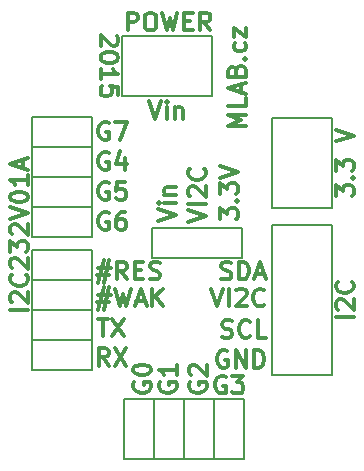
<source format=gbr>
G04 This is an RS-274x file exported by *
G04 gerbv version 2.6.1 *
G04 More information is available about gerbv at *
G04 http://gerbv.geda-project.org/ *
G04 --End of header info--*
%MOIN*%
%FSLAX34Y34*%
%IPPOS*%
G04 --Define apertures--*
%ADD10C,0.0118*%
%ADD11C,0.0059*%
G04 --Start main section--*
G54D10*
G01X0003817Y0015012D02*
G01X0003845Y0014984D01*
G01X0003845Y0014984D02*
G01X0003873Y0014928D01*
G01X0003873Y0014928D02*
G01X0003873Y0014787D01*
G01X0003873Y0014787D02*
G01X0003845Y0014731D01*
G01X0003845Y0014731D02*
G01X0003817Y0014703D01*
G01X0003817Y0014703D02*
G01X0003761Y0014675D01*
G01X0003761Y0014675D02*
G01X0003705Y0014675D01*
G01X0003705Y0014675D02*
G01X0003620Y0014703D01*
G01X0003620Y0014703D02*
G01X0003283Y0015040D01*
G01X0003283Y0015040D02*
G01X0003283Y0014675D01*
G01X0003873Y0014309D02*
G01X0003873Y0014253D01*
G01X0003873Y0014253D02*
G01X0003845Y0014197D01*
G01X0003845Y0014197D02*
G01X0003817Y0014169D01*
G01X0003817Y0014169D02*
G01X0003761Y0014141D01*
G01X0003761Y0014141D02*
G01X0003648Y0014112D01*
G01X0003648Y0014112D02*
G01X0003508Y0014112D01*
G01X0003508Y0014112D02*
G01X0003395Y0014141D01*
G01X0003395Y0014141D02*
G01X0003339Y0014169D01*
G01X0003339Y0014169D02*
G01X0003311Y0014197D01*
G01X0003311Y0014197D02*
G01X0003283Y0014253D01*
G01X0003283Y0014253D02*
G01X0003283Y0014309D01*
G01X0003283Y0014309D02*
G01X0003311Y0014366D01*
G01X0003311Y0014366D02*
G01X0003339Y0014394D01*
G01X0003339Y0014394D02*
G01X0003395Y0014422D01*
G01X0003395Y0014422D02*
G01X0003508Y0014450D01*
G01X0003508Y0014450D02*
G01X0003648Y0014450D01*
G01X0003648Y0014450D02*
G01X0003761Y0014422D01*
G01X0003761Y0014422D02*
G01X0003817Y0014394D01*
G01X0003817Y0014394D02*
G01X0003845Y0014366D01*
G01X0003845Y0014366D02*
G01X0003873Y0014309D01*
G01X0003283Y0013550D02*
G01X0003283Y0013888D01*
G01X0003283Y0013719D02*
G01X0003873Y0013719D01*
G01X0003873Y0013719D02*
G01X0003789Y0013775D01*
G01X0003789Y0013775D02*
G01X0003733Y0013831D01*
G01X0003733Y0013831D02*
G01X0003705Y0013888D01*
G01X0003873Y0013016D02*
G01X0003873Y0013297D01*
G01X0003873Y0013297D02*
G01X0003592Y0013325D01*
G01X0003592Y0013325D02*
G01X0003620Y0013297D01*
G01X0003620Y0013297D02*
G01X0003648Y0013241D01*
G01X0003648Y0013241D02*
G01X0003648Y0013100D01*
G01X0003648Y0013100D02*
G01X0003620Y0013044D01*
G01X0003620Y0013044D02*
G01X0003592Y0013016D01*
G01X0003592Y0013016D02*
G01X0003536Y0012988D01*
G01X0003536Y0012988D02*
G01X0003395Y0012988D01*
G01X0003395Y0012988D02*
G01X0003339Y0013016D01*
G01X0003339Y0013016D02*
G01X0003311Y0013044D01*
G01X0003311Y0013044D02*
G01X0003283Y0013100D01*
G01X0003283Y0013100D02*
G01X0003283Y0013241D01*
G01X0003283Y0013241D02*
G01X0003311Y0013297D01*
G01X0003311Y0013297D02*
G01X0003339Y0013325D01*
G01X0008117Y0011983D02*
G01X0007527Y0011983D01*
G01X0007527Y0011983D02*
G01X0007948Y0012180D01*
G01X0007948Y0012180D02*
G01X0007527Y0012377D01*
G01X0007527Y0012377D02*
G01X0008117Y0012377D01*
G01X0008117Y0012939D02*
G01X0008117Y0012658D01*
G01X0008117Y0012658D02*
G01X0007527Y0012658D01*
G01X0007948Y0013108D02*
G01X0007948Y0013389D01*
G01X0008117Y0013052D02*
G01X0007527Y0013248D01*
G01X0007527Y0013248D02*
G01X0008117Y0013445D01*
G01X0007808Y0013839D02*
G01X0007836Y0013923D01*
G01X0007836Y0013923D02*
G01X0007864Y0013952D01*
G01X0007864Y0013952D02*
G01X0007920Y0013980D01*
G01X0007920Y0013980D02*
G01X0008005Y0013980D01*
G01X0008005Y0013980D02*
G01X0008061Y0013952D01*
G01X0008061Y0013952D02*
G01X0008089Y0013923D01*
G01X0008089Y0013923D02*
G01X0008117Y0013867D01*
G01X0008117Y0013867D02*
G01X0008117Y0013642D01*
G01X0008117Y0013642D02*
G01X0007527Y0013642D01*
G01X0007527Y0013642D02*
G01X0007527Y0013839D01*
G01X0007527Y0013839D02*
G01X0007555Y0013895D01*
G01X0007555Y0013895D02*
G01X0007583Y0013923D01*
G01X0007583Y0013923D02*
G01X0007639Y0013952D01*
G01X0007639Y0013952D02*
G01X0007695Y0013952D01*
G01X0007695Y0013952D02*
G01X0007752Y0013923D01*
G01X0007752Y0013923D02*
G01X0007780Y0013895D01*
G01X0007780Y0013895D02*
G01X0007808Y0013839D01*
G01X0007808Y0013839D02*
G01X0007808Y0013642D01*
G01X0008061Y0014233D02*
G01X0008089Y0014261D01*
G01X0008089Y0014261D02*
G01X0008117Y0014233D01*
G01X0008117Y0014233D02*
G01X0008089Y0014205D01*
G01X0008089Y0014205D02*
G01X0008061Y0014233D01*
G01X0008061Y0014233D02*
G01X0008117Y0014233D01*
G01X0008089Y0014767D02*
G01X0008117Y0014711D01*
G01X0008117Y0014711D02*
G01X0008117Y0014598D01*
G01X0008117Y0014598D02*
G01X0008089Y0014542D01*
G01X0008089Y0014542D02*
G01X0008061Y0014514D01*
G01X0008061Y0014514D02*
G01X0008005Y0014486D01*
G01X0008005Y0014486D02*
G01X0007836Y0014486D01*
G01X0007836Y0014486D02*
G01X0007780Y0014514D01*
G01X0007780Y0014514D02*
G01X0007752Y0014542D01*
G01X0007752Y0014542D02*
G01X0007723Y0014598D01*
G01X0007723Y0014598D02*
G01X0007723Y0014711D01*
G01X0007723Y0014711D02*
G01X0007752Y0014767D01*
G01X0007723Y0014964D02*
G01X0007723Y0015273D01*
G01X0007723Y0015273D02*
G01X0008117Y0014964D01*
G01X0008117Y0014964D02*
G01X0008117Y0015273D01*
G01X0000867Y0005861D02*
G01X0000277Y0005861D01*
G01X0000333Y0006114D02*
G01X0000305Y0006142D01*
G01X0000305Y0006142D02*
G01X0000277Y0006199D01*
G01X0000277Y0006199D02*
G01X0000277Y0006339D01*
G01X0000277Y0006339D02*
G01X0000305Y0006396D01*
G01X0000305Y0006396D02*
G01X0000333Y0006424D01*
G01X0000333Y0006424D02*
G01X0000389Y0006452D01*
G01X0000389Y0006452D02*
G01X0000445Y0006452D01*
G01X0000445Y0006452D02*
G01X0000530Y0006424D01*
G01X0000530Y0006424D02*
G01X0000867Y0006086D01*
G01X0000867Y0006086D02*
G01X0000867Y0006452D01*
G01X0000811Y0007042D02*
G01X0000839Y0007014D01*
G01X0000839Y0007014D02*
G01X0000867Y0006930D01*
G01X0000867Y0006930D02*
G01X0000867Y0006874D01*
G01X0000867Y0006874D02*
G01X0000839Y0006789D01*
G01X0000839Y0006789D02*
G01X0000783Y0006733D01*
G01X0000783Y0006733D02*
G01X0000727Y0006705D01*
G01X0000727Y0006705D02*
G01X0000614Y0006677D01*
G01X0000614Y0006677D02*
G01X0000530Y0006677D01*
G01X0000530Y0006677D02*
G01X0000417Y0006705D01*
G01X0000417Y0006705D02*
G01X0000361Y0006733D01*
G01X0000361Y0006733D02*
G01X0000305Y0006789D01*
G01X0000305Y0006789D02*
G01X0000277Y0006874D01*
G01X0000277Y0006874D02*
G01X0000277Y0006930D01*
G01X0000277Y0006930D02*
G01X0000305Y0007014D01*
G01X0000305Y0007014D02*
G01X0000333Y0007042D01*
G01X0000333Y0007267D02*
G01X0000305Y0007295D01*
G01X0000305Y0007295D02*
G01X0000277Y0007352D01*
G01X0000277Y0007352D02*
G01X0000277Y0007492D01*
G01X0000277Y0007492D02*
G01X0000305Y0007549D01*
G01X0000305Y0007549D02*
G01X0000333Y0007577D01*
G01X0000333Y0007577D02*
G01X0000389Y0007605D01*
G01X0000389Y0007605D02*
G01X0000445Y0007605D01*
G01X0000445Y0007605D02*
G01X0000530Y0007577D01*
G01X0000530Y0007577D02*
G01X0000867Y0007239D01*
G01X0000867Y0007239D02*
G01X0000867Y0007605D01*
G01X0000277Y0007802D02*
G01X0000277Y0008167D01*
G01X0000277Y0008167D02*
G01X0000502Y0007970D01*
G01X0000502Y0007970D02*
G01X0000502Y0008055D01*
G01X0000502Y0008055D02*
G01X0000530Y0008111D01*
G01X0000530Y0008111D02*
G01X0000558Y0008139D01*
G01X0000558Y0008139D02*
G01X0000614Y0008167D01*
G01X0000614Y0008167D02*
G01X0000755Y0008167D01*
G01X0000755Y0008167D02*
G01X0000811Y0008139D01*
G01X0000811Y0008139D02*
G01X0000839Y0008111D01*
G01X0000839Y0008111D02*
G01X0000867Y0008055D01*
G01X0000867Y0008055D02*
G01X0000867Y0007886D01*
G01X0000867Y0007886D02*
G01X0000839Y0007830D01*
G01X0000839Y0007830D02*
G01X0000811Y0007802D01*
G01X0000333Y0008392D02*
G01X0000305Y0008420D01*
G01X0000305Y0008420D02*
G01X0000277Y0008477D01*
G01X0000277Y0008477D02*
G01X0000277Y0008617D01*
G01X0000277Y0008617D02*
G01X0000305Y0008673D01*
G01X0000305Y0008673D02*
G01X0000333Y0008702D01*
G01X0000333Y0008702D02*
G01X0000389Y0008730D01*
G01X0000389Y0008730D02*
G01X0000445Y0008730D01*
G01X0000445Y0008730D02*
G01X0000530Y0008702D01*
G01X0000530Y0008702D02*
G01X0000867Y0008364D01*
G01X0000867Y0008364D02*
G01X0000867Y0008730D01*
G01X0000277Y0008898D02*
G01X0000867Y0009095D01*
G01X0000867Y0009095D02*
G01X0000277Y0009292D01*
G01X0000277Y0009601D02*
G01X0000277Y0009658D01*
G01X0000277Y0009658D02*
G01X0000305Y0009714D01*
G01X0000305Y0009714D02*
G01X0000333Y0009742D01*
G01X0000333Y0009742D02*
G01X0000389Y0009770D01*
G01X0000389Y0009770D02*
G01X0000502Y0009798D01*
G01X0000502Y0009798D02*
G01X0000642Y0009798D01*
G01X0000642Y0009798D02*
G01X0000755Y0009770D01*
G01X0000755Y0009770D02*
G01X0000811Y0009742D01*
G01X0000811Y0009742D02*
G01X0000839Y0009714D01*
G01X0000839Y0009714D02*
G01X0000867Y0009658D01*
G01X0000867Y0009658D02*
G01X0000867Y0009601D01*
G01X0000867Y0009601D02*
G01X0000839Y0009545D01*
G01X0000839Y0009545D02*
G01X0000811Y0009517D01*
G01X0000811Y0009517D02*
G01X0000755Y0009489D01*
G01X0000755Y0009489D02*
G01X0000642Y0009461D01*
G01X0000642Y0009461D02*
G01X0000502Y0009461D01*
G01X0000502Y0009461D02*
G01X0000389Y0009489D01*
G01X0000389Y0009489D02*
G01X0000333Y0009517D01*
G01X0000333Y0009517D02*
G01X0000305Y0009545D01*
G01X0000305Y0009545D02*
G01X0000277Y0009601D01*
G01X0000867Y0010361D02*
G01X0000867Y0010023D01*
G01X0000867Y0010192D02*
G01X0000277Y0010192D01*
G01X0000277Y0010192D02*
G01X0000361Y0010136D01*
G01X0000361Y0010136D02*
G01X0000417Y0010079D01*
G01X0000417Y0010079D02*
G01X0000445Y0010023D01*
G01X0000698Y0010586D02*
G01X0000698Y0010867D01*
G01X0000867Y0010529D02*
G01X0000277Y0010726D01*
G01X0000277Y0010726D02*
G01X0000867Y0010923D01*
G01X0007450Y0003645D02*
G01X0007394Y0003673D01*
G01X0007394Y0003673D02*
G01X0007309Y0003673D01*
G01X0007309Y0003673D02*
G01X0007225Y0003645D01*
G01X0007225Y0003645D02*
G01X0007169Y0003589D01*
G01X0007169Y0003589D02*
G01X0007141Y0003533D01*
G01X0007141Y0003533D02*
G01X0007112Y0003420D01*
G01X0007112Y0003420D02*
G01X0007112Y0003336D01*
G01X0007112Y0003336D02*
G01X0007141Y0003223D01*
G01X0007141Y0003223D02*
G01X0007169Y0003167D01*
G01X0007169Y0003167D02*
G01X0007225Y0003111D01*
G01X0007225Y0003111D02*
G01X0007309Y0003083D01*
G01X0007309Y0003083D02*
G01X0007366Y0003083D01*
G01X0007366Y0003083D02*
G01X0007450Y0003111D01*
G01X0007450Y0003111D02*
G01X0007478Y0003139D01*
G01X0007478Y0003139D02*
G01X0007478Y0003336D01*
G01X0007478Y0003336D02*
G01X0007366Y0003336D01*
G01X0007675Y0003673D02*
G01X0008040Y0003673D01*
G01X0008040Y0003673D02*
G01X0007844Y0003448D01*
G01X0007844Y0003448D02*
G01X0007928Y0003448D01*
G01X0007928Y0003448D02*
G01X0007984Y0003420D01*
G01X0007984Y0003420D02*
G01X0008012Y0003392D01*
G01X0008012Y0003392D02*
G01X0008040Y0003336D01*
G01X0008040Y0003336D02*
G01X0008040Y0003195D01*
G01X0008040Y0003195D02*
G01X0008012Y0003139D01*
G01X0008012Y0003139D02*
G01X0007984Y0003111D01*
G01X0007984Y0003111D02*
G01X0007928Y0003083D01*
G01X0007928Y0003083D02*
G01X0007759Y0003083D01*
G01X0007759Y0003083D02*
G01X0007703Y0003111D01*
G01X0007703Y0003111D02*
G01X0007675Y0003139D01*
G01X0005255Y0003450D02*
G01X0005227Y0003394D01*
G01X0005227Y0003394D02*
G01X0005227Y0003309D01*
G01X0005227Y0003309D02*
G01X0005255Y0003225D01*
G01X0005255Y0003225D02*
G01X0005311Y0003169D01*
G01X0005311Y0003169D02*
G01X0005367Y0003141D01*
G01X0005367Y0003141D02*
G01X0005480Y0003112D01*
G01X0005480Y0003112D02*
G01X0005564Y0003112D01*
G01X0005564Y0003112D02*
G01X0005677Y0003141D01*
G01X0005677Y0003141D02*
G01X0005733Y0003169D01*
G01X0005733Y0003169D02*
G01X0005789Y0003225D01*
G01X0005789Y0003225D02*
G01X0005817Y0003309D01*
G01X0005817Y0003309D02*
G01X0005817Y0003366D01*
G01X0005817Y0003366D02*
G01X0005789Y0003450D01*
G01X0005789Y0003450D02*
G01X0005761Y0003478D01*
G01X0005761Y0003478D02*
G01X0005564Y0003478D01*
G01X0005564Y0003478D02*
G01X0005564Y0003366D01*
G01X0005817Y0004040D02*
G01X0005817Y0003703D01*
G01X0005817Y0003872D02*
G01X0005227Y0003872D01*
G01X0005227Y0003872D02*
G01X0005311Y0003816D01*
G01X0005311Y0003816D02*
G01X0005367Y0003759D01*
G01X0005367Y0003759D02*
G01X0005395Y0003703D01*
G01X0006255Y0003450D02*
G01X0006227Y0003394D01*
G01X0006227Y0003394D02*
G01X0006227Y0003309D01*
G01X0006227Y0003309D02*
G01X0006255Y0003225D01*
G01X0006255Y0003225D02*
G01X0006311Y0003169D01*
G01X0006311Y0003169D02*
G01X0006367Y0003141D01*
G01X0006367Y0003141D02*
G01X0006480Y0003112D01*
G01X0006480Y0003112D02*
G01X0006564Y0003112D01*
G01X0006564Y0003112D02*
G01X0006677Y0003141D01*
G01X0006677Y0003141D02*
G01X0006733Y0003169D01*
G01X0006733Y0003169D02*
G01X0006789Y0003225D01*
G01X0006789Y0003225D02*
G01X0006817Y0003309D01*
G01X0006817Y0003309D02*
G01X0006817Y0003366D01*
G01X0006817Y0003366D02*
G01X0006789Y0003450D01*
G01X0006789Y0003450D02*
G01X0006761Y0003478D01*
G01X0006761Y0003478D02*
G01X0006564Y0003478D01*
G01X0006564Y0003478D02*
G01X0006564Y0003366D01*
G01X0006283Y0003703D02*
G01X0006255Y0003731D01*
G01X0006255Y0003731D02*
G01X0006227Y0003787D01*
G01X0006227Y0003787D02*
G01X0006227Y0003928D01*
G01X0006227Y0003928D02*
G01X0006255Y0003984D01*
G01X0006255Y0003984D02*
G01X0006283Y0004012D01*
G01X0006283Y0004012D02*
G01X0006339Y0004040D01*
G01X0006339Y0004040D02*
G01X0006395Y0004040D01*
G01X0006395Y0004040D02*
G01X0006480Y0004012D01*
G01X0006480Y0004012D02*
G01X0006817Y0003675D01*
G01X0006817Y0003675D02*
G01X0006817Y0004040D01*
G01X0004405Y0003450D02*
G01X0004377Y0003394D01*
G01X0004377Y0003394D02*
G01X0004377Y0003309D01*
G01X0004377Y0003309D02*
G01X0004405Y0003225D01*
G01X0004405Y0003225D02*
G01X0004461Y0003169D01*
G01X0004461Y0003169D02*
G01X0004517Y0003141D01*
G01X0004517Y0003141D02*
G01X0004630Y0003112D01*
G01X0004630Y0003112D02*
G01X0004714Y0003112D01*
G01X0004714Y0003112D02*
G01X0004827Y0003141D01*
G01X0004827Y0003141D02*
G01X0004883Y0003169D01*
G01X0004883Y0003169D02*
G01X0004939Y0003225D01*
G01X0004939Y0003225D02*
G01X0004967Y0003309D01*
G01X0004967Y0003309D02*
G01X0004967Y0003366D01*
G01X0004967Y0003366D02*
G01X0004939Y0003450D01*
G01X0004939Y0003450D02*
G01X0004911Y0003478D01*
G01X0004911Y0003478D02*
G01X0004714Y0003478D01*
G01X0004714Y0003478D02*
G01X0004714Y0003366D01*
G01X0004377Y0003844D02*
G01X0004377Y0003900D01*
G01X0004377Y0003900D02*
G01X0004405Y0003956D01*
G01X0004405Y0003956D02*
G01X0004433Y0003984D01*
G01X0004433Y0003984D02*
G01X0004489Y0004012D01*
G01X0004489Y0004012D02*
G01X0004602Y0004040D01*
G01X0004602Y0004040D02*
G01X0004742Y0004040D01*
G01X0004742Y0004040D02*
G01X0004855Y0004012D01*
G01X0004855Y0004012D02*
G01X0004911Y0003984D01*
G01X0004911Y0003984D02*
G01X0004939Y0003956D01*
G01X0004939Y0003956D02*
G01X0004967Y0003900D01*
G01X0004967Y0003900D02*
G01X0004967Y0003844D01*
G01X0004967Y0003844D02*
G01X0004939Y0003787D01*
G01X0004939Y0003787D02*
G01X0004911Y0003759D01*
G01X0004911Y0003759D02*
G01X0004855Y0003731D01*
G01X0004855Y0003731D02*
G01X0004742Y0003703D01*
G01X0004742Y0003703D02*
G01X0004602Y0003703D01*
G01X0004602Y0003703D02*
G01X0004489Y0003731D01*
G01X0004489Y0003731D02*
G01X0004433Y0003759D01*
G01X0004433Y0003759D02*
G01X0004405Y0003787D01*
G01X0004405Y0003787D02*
G01X0004377Y0003844D01*
G01X0007277Y0008884D02*
G01X0007277Y0009250D01*
G01X0007277Y0009250D02*
G01X0007502Y0009053D01*
G01X0007502Y0009053D02*
G01X0007502Y0009137D01*
G01X0007502Y0009137D02*
G01X0007530Y0009194D01*
G01X0007530Y0009194D02*
G01X0007558Y0009222D01*
G01X0007558Y0009222D02*
G01X0007614Y0009250D01*
G01X0007614Y0009250D02*
G01X0007755Y0009250D01*
G01X0007755Y0009250D02*
G01X0007811Y0009222D01*
G01X0007811Y0009222D02*
G01X0007839Y0009194D01*
G01X0007839Y0009194D02*
G01X0007867Y0009137D01*
G01X0007867Y0009137D02*
G01X0007867Y0008969D01*
G01X0007867Y0008969D02*
G01X0007839Y0008912D01*
G01X0007839Y0008912D02*
G01X0007811Y0008884D01*
G01X0007811Y0009503D02*
G01X0007839Y0009531D01*
G01X0007839Y0009531D02*
G01X0007867Y0009503D01*
G01X0007867Y0009503D02*
G01X0007839Y0009475D01*
G01X0007839Y0009475D02*
G01X0007811Y0009503D01*
G01X0007811Y0009503D02*
G01X0007867Y0009503D01*
G01X0007277Y0009728D02*
G01X0007277Y0010094D01*
G01X0007277Y0010094D02*
G01X0007502Y0009897D01*
G01X0007502Y0009897D02*
G01X0007502Y0009981D01*
G01X0007502Y0009981D02*
G01X0007530Y0010037D01*
G01X0007530Y0010037D02*
G01X0007558Y0010065D01*
G01X0007558Y0010065D02*
G01X0007614Y0010094D01*
G01X0007614Y0010094D02*
G01X0007755Y0010094D01*
G01X0007755Y0010094D02*
G01X0007811Y0010065D01*
G01X0007811Y0010065D02*
G01X0007839Y0010037D01*
G01X0007839Y0010037D02*
G01X0007867Y0009981D01*
G01X0007867Y0009981D02*
G01X0007867Y0009812D01*
G01X0007867Y0009812D02*
G01X0007839Y0009756D01*
G01X0007839Y0009756D02*
G01X0007811Y0009728D01*
G01X0007277Y0010262D02*
G01X0007867Y0010459D01*
G01X0007867Y0010459D02*
G01X0007277Y0010656D01*
G01X0005202Y0008831D02*
G01X0005792Y0009028D01*
G01X0005792Y0009028D02*
G01X0005202Y0009225D01*
G01X0005792Y0009422D02*
G01X0005398Y0009422D01*
G01X0005202Y0009422D02*
G01X0005230Y0009394D01*
G01X0005230Y0009394D02*
G01X0005258Y0009422D01*
G01X0005258Y0009422D02*
G01X0005230Y0009450D01*
G01X0005230Y0009450D02*
G01X0005202Y0009422D01*
G01X0005202Y0009422D02*
G01X0005258Y0009422D01*
G01X0005398Y0009703D02*
G01X0005792Y0009703D01*
G01X0005455Y0009703D02*
G01X0005427Y0009731D01*
G01X0005427Y0009731D02*
G01X0005398Y0009787D01*
G01X0005398Y0009787D02*
G01X0005398Y0009872D01*
G01X0005398Y0009872D02*
G01X0005427Y0009928D01*
G01X0005427Y0009928D02*
G01X0005483Y0009956D01*
G01X0005483Y0009956D02*
G01X0005792Y0009956D01*
G01X0006202Y0008806D02*
G01X0006792Y0009003D01*
G01X0006792Y0009003D02*
G01X0006202Y0009200D01*
G01X0006792Y0009397D02*
G01X0006202Y0009397D01*
G01X0006258Y0009650D02*
G01X0006230Y0009678D01*
G01X0006230Y0009678D02*
G01X0006202Y0009734D01*
G01X0006202Y0009734D02*
G01X0006202Y0009875D01*
G01X0006202Y0009875D02*
G01X0006230Y0009931D01*
G01X0006230Y0009931D02*
G01X0006258Y0009959D01*
G01X0006258Y0009959D02*
G01X0006314Y0009987D01*
G01X0006314Y0009987D02*
G01X0006370Y0009987D01*
G01X0006370Y0009987D02*
G01X0006455Y0009959D01*
G01X0006455Y0009959D02*
G01X0006792Y0009622D01*
G01X0006792Y0009622D02*
G01X0006792Y0009987D01*
G01X0006736Y0010578D02*
G01X0006764Y0010550D01*
G01X0006764Y0010550D02*
G01X0006792Y0010465D01*
G01X0006792Y0010465D02*
G01X0006792Y0010409D01*
G01X0006792Y0010409D02*
G01X0006764Y0010325D01*
G01X0006764Y0010325D02*
G01X0006708Y0010269D01*
G01X0006708Y0010269D02*
G01X0006652Y0010240D01*
G01X0006652Y0010240D02*
G01X0006539Y0010212D01*
G01X0006539Y0010212D02*
G01X0006455Y0010212D01*
G01X0006455Y0010212D02*
G01X0006342Y0010240D01*
G01X0006342Y0010240D02*
G01X0006286Y0010269D01*
G01X0006286Y0010269D02*
G01X0006230Y0010325D01*
G01X0006230Y0010325D02*
G01X0006202Y0010409D01*
G01X0006202Y0010409D02*
G01X0006202Y0010465D01*
G01X0006202Y0010465D02*
G01X0006230Y0010550D01*
G01X0006230Y0010550D02*
G01X0006258Y0010578D01*
G01X0011127Y0009653D02*
G01X0011127Y0010019D01*
G01X0011127Y0010019D02*
G01X0011352Y0009822D01*
G01X0011352Y0009822D02*
G01X0011352Y0009906D01*
G01X0011352Y0009906D02*
G01X0011380Y0009963D01*
G01X0011380Y0009963D02*
G01X0011408Y0009991D01*
G01X0011408Y0009991D02*
G01X0011464Y0010019D01*
G01X0011464Y0010019D02*
G01X0011605Y0010019D01*
G01X0011605Y0010019D02*
G01X0011661Y0009991D01*
G01X0011661Y0009991D02*
G01X0011689Y0009963D01*
G01X0011689Y0009963D02*
G01X0011717Y0009906D01*
G01X0011717Y0009906D02*
G01X0011717Y0009738D01*
G01X0011717Y0009738D02*
G01X0011689Y0009681D01*
G01X0011689Y0009681D02*
G01X0011661Y0009653D01*
G01X0011661Y0010272D02*
G01X0011689Y0010300D01*
G01X0011689Y0010300D02*
G01X0011717Y0010272D01*
G01X0011717Y0010272D02*
G01X0011689Y0010244D01*
G01X0011689Y0010244D02*
G01X0011661Y0010272D01*
G01X0011661Y0010272D02*
G01X0011717Y0010272D01*
G01X0011127Y0010497D02*
G01X0011127Y0010862D01*
G01X0011127Y0010862D02*
G01X0011352Y0010666D01*
G01X0011352Y0010666D02*
G01X0011352Y0010750D01*
G01X0011352Y0010750D02*
G01X0011380Y0010806D01*
G01X0011380Y0010806D02*
G01X0011408Y0010834D01*
G01X0011408Y0010834D02*
G01X0011464Y0010862D01*
G01X0011464Y0010862D02*
G01X0011605Y0010862D01*
G01X0011605Y0010862D02*
G01X0011661Y0010834D01*
G01X0011661Y0010834D02*
G01X0011689Y0010806D01*
G01X0011689Y0010806D02*
G01X0011717Y0010750D01*
G01X0011717Y0010750D02*
G01X0011717Y0010581D01*
G01X0011717Y0010581D02*
G01X0011689Y0010525D01*
G01X0011689Y0010525D02*
G01X0011661Y0010497D01*
G01X0011127Y0011481D02*
G01X0011717Y0011678D01*
G01X0011717Y0011678D02*
G01X0011127Y0011875D01*
G01X0004895Y0012823D02*
G01X0005092Y0012233D01*
G01X0005092Y0012233D02*
G01X0005289Y0012823D01*
G01X0005486Y0012233D02*
G01X0005486Y0012627D01*
G01X0005486Y0012823D02*
G01X0005458Y0012795D01*
G01X0005458Y0012795D02*
G01X0005486Y0012767D01*
G01X0005486Y0012767D02*
G01X0005514Y0012795D01*
G01X0005514Y0012795D02*
G01X0005486Y0012823D01*
G01X0005486Y0012823D02*
G01X0005486Y0012767D01*
G01X0005767Y0012627D02*
G01X0005767Y0012233D01*
G01X0005767Y0012570D02*
G01X0005795Y0012598D01*
G01X0005795Y0012598D02*
G01X0005852Y0012627D01*
G01X0005852Y0012627D02*
G01X0005936Y0012627D01*
G01X0005936Y0012627D02*
G01X0005992Y0012598D01*
G01X0005992Y0012598D02*
G01X0006020Y0012542D01*
G01X0006020Y0012542D02*
G01X0006020Y0012233D01*
G01X0004186Y0015183D02*
G01X0004186Y0015773D01*
G01X0004186Y0015773D02*
G01X0004411Y0015773D01*
G01X0004411Y0015773D02*
G01X0004467Y0015745D01*
G01X0004467Y0015745D02*
G01X0004495Y0015717D01*
G01X0004495Y0015717D02*
G01X0004524Y0015661D01*
G01X0004524Y0015661D02*
G01X0004524Y0015577D01*
G01X0004524Y0015577D02*
G01X0004495Y0015520D01*
G01X0004495Y0015520D02*
G01X0004467Y0015492D01*
G01X0004467Y0015492D02*
G01X0004411Y0015464D01*
G01X0004411Y0015464D02*
G01X0004186Y0015464D01*
G01X0004889Y0015773D02*
G01X0005002Y0015773D01*
G01X0005002Y0015773D02*
G01X0005058Y0015745D01*
G01X0005058Y0015745D02*
G01X0005114Y0015689D01*
G01X0005114Y0015689D02*
G01X0005142Y0015577D01*
G01X0005142Y0015577D02*
G01X0005142Y0015380D01*
G01X0005142Y0015380D02*
G01X0005114Y0015267D01*
G01X0005114Y0015267D02*
G01X0005058Y0015211D01*
G01X0005058Y0015211D02*
G01X0005002Y0015183D01*
G01X0005002Y0015183D02*
G01X0004889Y0015183D01*
G01X0004889Y0015183D02*
G01X0004833Y0015211D01*
G01X0004833Y0015211D02*
G01X0004777Y0015267D01*
G01X0004777Y0015267D02*
G01X0004749Y0015380D01*
G01X0004749Y0015380D02*
G01X0004749Y0015577D01*
G01X0004749Y0015577D02*
G01X0004777Y0015689D01*
G01X0004777Y0015689D02*
G01X0004833Y0015745D01*
G01X0004833Y0015745D02*
G01X0004889Y0015773D01*
G01X0005339Y0015773D02*
G01X0005480Y0015183D01*
G01X0005480Y0015183D02*
G01X0005592Y0015605D01*
G01X0005592Y0015605D02*
G01X0005705Y0015183D01*
G01X0005705Y0015183D02*
G01X0005845Y0015773D01*
G01X0006070Y0015492D02*
G01X0006267Y0015492D01*
G01X0006351Y0015183D02*
G01X0006070Y0015183D01*
G01X0006070Y0015183D02*
G01X0006070Y0015773D01*
G01X0006070Y0015773D02*
G01X0006351Y0015773D01*
G01X0006942Y0015183D02*
G01X0006745Y0015464D01*
G01X0006605Y0015183D02*
G01X0006605Y0015773D01*
G01X0006605Y0015773D02*
G01X0006830Y0015773D01*
G01X0006830Y0015773D02*
G01X0006886Y0015745D01*
G01X0006886Y0015745D02*
G01X0006914Y0015717D01*
G01X0006914Y0015717D02*
G01X0006942Y0015661D01*
G01X0006942Y0015661D02*
G01X0006942Y0015577D01*
G01X0006942Y0015577D02*
G01X0006914Y0015520D01*
G01X0006914Y0015520D02*
G01X0006886Y0015492D01*
G01X0006886Y0015492D02*
G01X0006830Y0015464D01*
G01X0006830Y0015464D02*
G01X0006605Y0015464D01*
G01X0007500Y0004495D02*
G01X0007444Y0004523D01*
G01X0007444Y0004523D02*
G01X0007360Y0004523D01*
G01X0007360Y0004523D02*
G01X0007275Y0004495D01*
G01X0007275Y0004495D02*
G01X0007219Y0004439D01*
G01X0007219Y0004439D02*
G01X0007191Y0004383D01*
G01X0007191Y0004383D02*
G01X0007163Y0004270D01*
G01X0007163Y0004270D02*
G01X0007163Y0004186D01*
G01X0007163Y0004186D02*
G01X0007191Y0004073D01*
G01X0007191Y0004073D02*
G01X0007219Y0004017D01*
G01X0007219Y0004017D02*
G01X0007275Y0003961D01*
G01X0007275Y0003961D02*
G01X0007360Y0003933D01*
G01X0007360Y0003933D02*
G01X0007416Y0003933D01*
G01X0007416Y0003933D02*
G01X0007500Y0003961D01*
G01X0007500Y0003961D02*
G01X0007528Y0003989D01*
G01X0007528Y0003989D02*
G01X0007528Y0004186D01*
G01X0007528Y0004186D02*
G01X0007416Y0004186D01*
G01X0007781Y0003933D02*
G01X0007781Y0004523D01*
G01X0007781Y0004523D02*
G01X0008119Y0003933D01*
G01X0008119Y0003933D02*
G01X0008119Y0004523D01*
G01X0008400Y0003933D02*
G01X0008400Y0004523D01*
G01X0008400Y0004523D02*
G01X0008541Y0004523D01*
G01X0008541Y0004523D02*
G01X0008625Y0004495D01*
G01X0008625Y0004495D02*
G01X0008681Y0004439D01*
G01X0008681Y0004439D02*
G01X0008709Y0004383D01*
G01X0008709Y0004383D02*
G01X0008738Y0004270D01*
G01X0008738Y0004270D02*
G01X0008738Y0004186D01*
G01X0008738Y0004186D02*
G01X0008709Y0004073D01*
G01X0008709Y0004073D02*
G01X0008681Y0004017D01*
G01X0008681Y0004017D02*
G01X0008625Y0003961D01*
G01X0008625Y0003961D02*
G01X0008541Y0003933D01*
G01X0008541Y0003933D02*
G01X0008400Y0003933D01*
G01X0007331Y0004961D02*
G01X0007416Y0004933D01*
G01X0007416Y0004933D02*
G01X0007556Y0004933D01*
G01X0007556Y0004933D02*
G01X0007613Y0004961D01*
G01X0007613Y0004961D02*
G01X0007641Y0004989D01*
G01X0007641Y0004989D02*
G01X0007669Y0005045D01*
G01X0007669Y0005045D02*
G01X0007669Y0005102D01*
G01X0007669Y0005102D02*
G01X0007641Y0005158D01*
G01X0007641Y0005158D02*
G01X0007613Y0005186D01*
G01X0007613Y0005186D02*
G01X0007556Y0005214D01*
G01X0007556Y0005214D02*
G01X0007444Y0005242D01*
G01X0007444Y0005242D02*
G01X0007388Y0005270D01*
G01X0007388Y0005270D02*
G01X0007360Y0005298D01*
G01X0007360Y0005298D02*
G01X0007331Y0005355D01*
G01X0007331Y0005355D02*
G01X0007331Y0005411D01*
G01X0007331Y0005411D02*
G01X0007360Y0005467D01*
G01X0007360Y0005467D02*
G01X0007388Y0005495D01*
G01X0007388Y0005495D02*
G01X0007444Y0005523D01*
G01X0007444Y0005523D02*
G01X0007585Y0005523D01*
G01X0007585Y0005523D02*
G01X0007669Y0005495D01*
G01X0008259Y0004989D02*
G01X0008231Y0004961D01*
G01X0008231Y0004961D02*
G01X0008147Y0004933D01*
G01X0008147Y0004933D02*
G01X0008091Y0004933D01*
G01X0008091Y0004933D02*
G01X0008006Y0004961D01*
G01X0008006Y0004961D02*
G01X0007950Y0005017D01*
G01X0007950Y0005017D02*
G01X0007922Y0005073D01*
G01X0007922Y0005073D02*
G01X0007894Y0005186D01*
G01X0007894Y0005186D02*
G01X0007894Y0005270D01*
G01X0007894Y0005270D02*
G01X0007922Y0005383D01*
G01X0007922Y0005383D02*
G01X0007950Y0005439D01*
G01X0007950Y0005439D02*
G01X0008006Y0005495D01*
G01X0008006Y0005495D02*
G01X0008091Y0005523D01*
G01X0008091Y0005523D02*
G01X0008147Y0005523D01*
G01X0008147Y0005523D02*
G01X0008231Y0005495D01*
G01X0008231Y0005495D02*
G01X0008259Y0005467D01*
G01X0008794Y0004933D02*
G01X0008513Y0004933D01*
G01X0008513Y0004933D02*
G01X0008513Y0005523D01*
G01X0006966Y0006573D02*
G01X0007163Y0005983D01*
G01X0007163Y0005983D02*
G01X0007360Y0006573D01*
G01X0007556Y0005983D02*
G01X0007556Y0006573D01*
G01X0007810Y0006517D02*
G01X0007838Y0006545D01*
G01X0007838Y0006545D02*
G01X0007894Y0006573D01*
G01X0007894Y0006573D02*
G01X0008034Y0006573D01*
G01X0008034Y0006573D02*
G01X0008091Y0006545D01*
G01X0008091Y0006545D02*
G01X0008119Y0006517D01*
G01X0008119Y0006517D02*
G01X0008147Y0006461D01*
G01X0008147Y0006461D02*
G01X0008147Y0006405D01*
G01X0008147Y0006405D02*
G01X0008119Y0006320D01*
G01X0008119Y0006320D02*
G01X0007781Y0005983D01*
G01X0007781Y0005983D02*
G01X0008147Y0005983D01*
G01X0008738Y0006039D02*
G01X0008709Y0006011D01*
G01X0008709Y0006011D02*
G01X0008625Y0005983D01*
G01X0008625Y0005983D02*
G01X0008569Y0005983D01*
G01X0008569Y0005983D02*
G01X0008484Y0006011D01*
G01X0008484Y0006011D02*
G01X0008428Y0006067D01*
G01X0008428Y0006067D02*
G01X0008400Y0006123D01*
G01X0008400Y0006123D02*
G01X0008372Y0006236D01*
G01X0008372Y0006236D02*
G01X0008372Y0006320D01*
G01X0008372Y0006320D02*
G01X0008400Y0006433D01*
G01X0008400Y0006433D02*
G01X0008428Y0006489D01*
G01X0008428Y0006489D02*
G01X0008484Y0006545D01*
G01X0008484Y0006545D02*
G01X0008569Y0006573D01*
G01X0008569Y0006573D02*
G01X0008625Y0006573D01*
G01X0008625Y0006573D02*
G01X0008709Y0006545D01*
G01X0008709Y0006545D02*
G01X0008738Y0006517D01*
G01X0007303Y0006911D02*
G01X0007388Y0006883D01*
G01X0007388Y0006883D02*
G01X0007528Y0006883D01*
G01X0007528Y0006883D02*
G01X0007585Y0006911D01*
G01X0007585Y0006911D02*
G01X0007613Y0006939D01*
G01X0007613Y0006939D02*
G01X0007641Y0006995D01*
G01X0007641Y0006995D02*
G01X0007641Y0007052D01*
G01X0007641Y0007052D02*
G01X0007613Y0007108D01*
G01X0007613Y0007108D02*
G01X0007585Y0007136D01*
G01X0007585Y0007136D02*
G01X0007528Y0007164D01*
G01X0007528Y0007164D02*
G01X0007416Y0007192D01*
G01X0007416Y0007192D02*
G01X0007360Y0007220D01*
G01X0007360Y0007220D02*
G01X0007331Y0007248D01*
G01X0007331Y0007248D02*
G01X0007303Y0007305D01*
G01X0007303Y0007305D02*
G01X0007303Y0007361D01*
G01X0007303Y0007361D02*
G01X0007331Y0007417D01*
G01X0007331Y0007417D02*
G01X0007360Y0007445D01*
G01X0007360Y0007445D02*
G01X0007416Y0007473D01*
G01X0007416Y0007473D02*
G01X0007556Y0007473D01*
G01X0007556Y0007473D02*
G01X0007641Y0007445D01*
G01X0007894Y0006883D02*
G01X0007894Y0007473D01*
G01X0007894Y0007473D02*
G01X0008034Y0007473D01*
G01X0008034Y0007473D02*
G01X0008119Y0007445D01*
G01X0008119Y0007445D02*
G01X0008175Y0007389D01*
G01X0008175Y0007389D02*
G01X0008203Y0007333D01*
G01X0008203Y0007333D02*
G01X0008231Y0007220D01*
G01X0008231Y0007220D02*
G01X0008231Y0007136D01*
G01X0008231Y0007136D02*
G01X0008203Y0007023D01*
G01X0008203Y0007023D02*
G01X0008175Y0006967D01*
G01X0008175Y0006967D02*
G01X0008119Y0006911D01*
G01X0008119Y0006911D02*
G01X0008034Y0006883D01*
G01X0008034Y0006883D02*
G01X0007894Y0006883D01*
G01X0008456Y0007052D02*
G01X0008738Y0007052D01*
G01X0008400Y0006883D02*
G01X0008597Y0007473D01*
G01X0008597Y0007473D02*
G01X0008794Y0006883D01*
G01X0011717Y0005624D02*
G01X0011127Y0005624D01*
G01X0011183Y0005877D02*
G01X0011155Y0005905D01*
G01X0011155Y0005905D02*
G01X0011127Y0005961D01*
G01X0011127Y0005961D02*
G01X0011127Y0006102D01*
G01X0011127Y0006102D02*
G01X0011155Y0006158D01*
G01X0011155Y0006158D02*
G01X0011183Y0006186D01*
G01X0011183Y0006186D02*
G01X0011239Y0006214D01*
G01X0011239Y0006214D02*
G01X0011295Y0006214D01*
G01X0011295Y0006214D02*
G01X0011380Y0006186D01*
G01X0011380Y0006186D02*
G01X0011717Y0005848D01*
G01X0011717Y0005848D02*
G01X0011717Y0006214D01*
G01X0011661Y0006805D02*
G01X0011689Y0006776D01*
G01X0011689Y0006776D02*
G01X0011717Y0006692D01*
G01X0011717Y0006692D02*
G01X0011717Y0006636D01*
G01X0011717Y0006636D02*
G01X0011689Y0006552D01*
G01X0011689Y0006552D02*
G01X0011633Y0006495D01*
G01X0011633Y0006495D02*
G01X0011577Y0006467D01*
G01X0011577Y0006467D02*
G01X0011464Y0006439D01*
G01X0011464Y0006439D02*
G01X0011380Y0006439D01*
G01X0011380Y0006439D02*
G01X0011267Y0006467D01*
G01X0011267Y0006467D02*
G01X0011211Y0006495D01*
G01X0011211Y0006495D02*
G01X0011155Y0006552D01*
G01X0011155Y0006552D02*
G01X0011127Y0006636D01*
G01X0011127Y0006636D02*
G01X0011127Y0006692D01*
G01X0011127Y0006692D02*
G01X0011155Y0006776D01*
G01X0011155Y0006776D02*
G01X0011183Y0006805D01*
G01X0003553Y0004008D02*
G01X0003356Y0004289D01*
G01X0003216Y0004008D02*
G01X0003216Y0004598D01*
G01X0003216Y0004598D02*
G01X0003441Y0004598D01*
G01X0003441Y0004598D02*
G01X0003497Y0004570D01*
G01X0003497Y0004570D02*
G01X0003525Y0004542D01*
G01X0003525Y0004542D02*
G01X0003553Y0004486D01*
G01X0003553Y0004486D02*
G01X0003553Y0004402D01*
G01X0003553Y0004402D02*
G01X0003525Y0004345D01*
G01X0003525Y0004345D02*
G01X0003497Y0004317D01*
G01X0003497Y0004317D02*
G01X0003441Y0004289D01*
G01X0003441Y0004289D02*
G01X0003216Y0004289D01*
G01X0003750Y0004598D02*
G01X0004144Y0004008D01*
G01X0004144Y0004598D02*
G01X0003750Y0004008D01*
G01X0003181Y0005573D02*
G01X0003519Y0005573D01*
G01X0003350Y0004983D02*
G01X0003350Y0005573D01*
G01X0003659Y0005573D02*
G01X0004053Y0004983D01*
G01X0004053Y0005573D02*
G01X0003659Y0004983D01*
G01X0003212Y0006377D02*
G01X0003634Y0006377D01*
G01X0003381Y0006630D02*
G01X0003212Y0005870D01*
G01X0003578Y0006123D02*
G01X0003156Y0006123D01*
G01X0003409Y0005870D02*
G01X0003578Y0006630D01*
G01X0003775Y0006573D02*
G01X0003916Y0005983D01*
G01X0003916Y0005983D02*
G01X0004028Y0006405D01*
G01X0004028Y0006405D02*
G01X0004140Y0005983D01*
G01X0004140Y0005983D02*
G01X0004281Y0006573D01*
G01X0004478Y0006152D02*
G01X0004759Y0006152D01*
G01X0004422Y0005983D02*
G01X0004619Y0006573D01*
G01X0004619Y0006573D02*
G01X0004815Y0005983D01*
G01X0005012Y0005983D02*
G01X0005012Y0006573D01*
G01X0005350Y0005983D02*
G01X0005097Y0006320D01*
G01X0005350Y0006573D02*
G01X0005012Y0006236D01*
G01X0003212Y0007277D02*
G01X0003634Y0007277D01*
G01X0003381Y0007530D02*
G01X0003212Y0006770D01*
G01X0003578Y0007023D02*
G01X0003156Y0007023D01*
G01X0003409Y0006770D02*
G01X0003578Y0007530D01*
G01X0004169Y0006883D02*
G01X0003972Y0007164D01*
G01X0003831Y0006883D02*
G01X0003831Y0007473D01*
G01X0003831Y0007473D02*
G01X0004056Y0007473D01*
G01X0004056Y0007473D02*
G01X0004112Y0007445D01*
G01X0004112Y0007445D02*
G01X0004140Y0007417D01*
G01X0004140Y0007417D02*
G01X0004169Y0007361D01*
G01X0004169Y0007361D02*
G01X0004169Y0007277D01*
G01X0004169Y0007277D02*
G01X0004140Y0007220D01*
G01X0004140Y0007220D02*
G01X0004112Y0007192D01*
G01X0004112Y0007192D02*
G01X0004056Y0007164D01*
G01X0004056Y0007164D02*
G01X0003831Y0007164D01*
G01X0004422Y0007192D02*
G01X0004619Y0007192D01*
G01X0004703Y0006883D02*
G01X0004422Y0006883D01*
G01X0004422Y0006883D02*
G01X0004422Y0007473D01*
G01X0004422Y0007473D02*
G01X0004703Y0007473D01*
G01X0004928Y0006911D02*
G01X0005012Y0006883D01*
G01X0005012Y0006883D02*
G01X0005153Y0006883D01*
G01X0005153Y0006883D02*
G01X0005209Y0006911D01*
G01X0005209Y0006911D02*
G01X0005237Y0006939D01*
G01X0005237Y0006939D02*
G01X0005265Y0006995D01*
G01X0005265Y0006995D02*
G01X0005265Y0007052D01*
G01X0005265Y0007052D02*
G01X0005237Y0007108D01*
G01X0005237Y0007108D02*
G01X0005209Y0007136D01*
G01X0005209Y0007136D02*
G01X0005153Y0007164D01*
G01X0005153Y0007164D02*
G01X0005040Y0007192D01*
G01X0005040Y0007192D02*
G01X0004984Y0007220D01*
G01X0004984Y0007220D02*
G01X0004956Y0007248D01*
G01X0004956Y0007248D02*
G01X0004928Y0007305D01*
G01X0004928Y0007305D02*
G01X0004928Y0007361D01*
G01X0004928Y0007361D02*
G01X0004956Y0007417D01*
G01X0004956Y0007417D02*
G01X0004984Y0007445D01*
G01X0004984Y0007445D02*
G01X0005040Y0007473D01*
G01X0005040Y0007473D02*
G01X0005181Y0007473D01*
G01X0005181Y0007473D02*
G01X0005265Y0007445D01*
G01X0003550Y0009095D02*
G01X0003494Y0009123D01*
G01X0003494Y0009123D02*
G01X0003409Y0009123D01*
G01X0003409Y0009123D02*
G01X0003325Y0009095D01*
G01X0003325Y0009095D02*
G01X0003269Y0009039D01*
G01X0003269Y0009039D02*
G01X0003241Y0008983D01*
G01X0003241Y0008983D02*
G01X0003212Y0008870D01*
G01X0003212Y0008870D02*
G01X0003212Y0008786D01*
G01X0003212Y0008786D02*
G01X0003241Y0008673D01*
G01X0003241Y0008673D02*
G01X0003269Y0008617D01*
G01X0003269Y0008617D02*
G01X0003325Y0008561D01*
G01X0003325Y0008561D02*
G01X0003409Y0008533D01*
G01X0003409Y0008533D02*
G01X0003466Y0008533D01*
G01X0003466Y0008533D02*
G01X0003550Y0008561D01*
G01X0003550Y0008561D02*
G01X0003578Y0008589D01*
G01X0003578Y0008589D02*
G01X0003578Y0008786D01*
G01X0003578Y0008786D02*
G01X0003466Y0008786D01*
G01X0004084Y0009123D02*
G01X0003972Y0009123D01*
G01X0003972Y0009123D02*
G01X0003916Y0009095D01*
G01X0003916Y0009095D02*
G01X0003887Y0009067D01*
G01X0003887Y0009067D02*
G01X0003831Y0008983D01*
G01X0003831Y0008983D02*
G01X0003803Y0008870D01*
G01X0003803Y0008870D02*
G01X0003803Y0008645D01*
G01X0003803Y0008645D02*
G01X0003831Y0008589D01*
G01X0003831Y0008589D02*
G01X0003859Y0008561D01*
G01X0003859Y0008561D02*
G01X0003916Y0008533D01*
G01X0003916Y0008533D02*
G01X0004028Y0008533D01*
G01X0004028Y0008533D02*
G01X0004084Y0008561D01*
G01X0004084Y0008561D02*
G01X0004112Y0008589D01*
G01X0004112Y0008589D02*
G01X0004140Y0008645D01*
G01X0004140Y0008645D02*
G01X0004140Y0008786D01*
G01X0004140Y0008786D02*
G01X0004112Y0008842D01*
G01X0004112Y0008842D02*
G01X0004084Y0008870D01*
G01X0004084Y0008870D02*
G01X0004028Y0008898D01*
G01X0004028Y0008898D02*
G01X0003916Y0008898D01*
G01X0003916Y0008898D02*
G01X0003859Y0008870D01*
G01X0003859Y0008870D02*
G01X0003831Y0008842D01*
G01X0003831Y0008842D02*
G01X0003803Y0008786D01*
G01X0003550Y0010095D02*
G01X0003494Y0010123D01*
G01X0003494Y0010123D02*
G01X0003409Y0010123D01*
G01X0003409Y0010123D02*
G01X0003325Y0010095D01*
G01X0003325Y0010095D02*
G01X0003269Y0010039D01*
G01X0003269Y0010039D02*
G01X0003241Y0009983D01*
G01X0003241Y0009983D02*
G01X0003212Y0009870D01*
G01X0003212Y0009870D02*
G01X0003212Y0009786D01*
G01X0003212Y0009786D02*
G01X0003241Y0009673D01*
G01X0003241Y0009673D02*
G01X0003269Y0009617D01*
G01X0003269Y0009617D02*
G01X0003325Y0009561D01*
G01X0003325Y0009561D02*
G01X0003409Y0009533D01*
G01X0003409Y0009533D02*
G01X0003466Y0009533D01*
G01X0003466Y0009533D02*
G01X0003550Y0009561D01*
G01X0003550Y0009561D02*
G01X0003578Y0009589D01*
G01X0003578Y0009589D02*
G01X0003578Y0009786D01*
G01X0003578Y0009786D02*
G01X0003466Y0009786D01*
G01X0004112Y0010123D02*
G01X0003831Y0010123D01*
G01X0003831Y0010123D02*
G01X0003803Y0009842D01*
G01X0003803Y0009842D02*
G01X0003831Y0009870D01*
G01X0003831Y0009870D02*
G01X0003887Y0009898D01*
G01X0003887Y0009898D02*
G01X0004028Y0009898D01*
G01X0004028Y0009898D02*
G01X0004084Y0009870D01*
G01X0004084Y0009870D02*
G01X0004112Y0009842D01*
G01X0004112Y0009842D02*
G01X0004140Y0009786D01*
G01X0004140Y0009786D02*
G01X0004140Y0009645D01*
G01X0004140Y0009645D02*
G01X0004112Y0009589D01*
G01X0004112Y0009589D02*
G01X0004084Y0009561D01*
G01X0004084Y0009561D02*
G01X0004028Y0009533D01*
G01X0004028Y0009533D02*
G01X0003887Y0009533D01*
G01X0003887Y0009533D02*
G01X0003831Y0009561D01*
G01X0003831Y0009561D02*
G01X0003803Y0009589D01*
G01X0003550Y0011095D02*
G01X0003494Y0011123D01*
G01X0003494Y0011123D02*
G01X0003409Y0011123D01*
G01X0003409Y0011123D02*
G01X0003325Y0011095D01*
G01X0003325Y0011095D02*
G01X0003269Y0011039D01*
G01X0003269Y0011039D02*
G01X0003241Y0010983D01*
G01X0003241Y0010983D02*
G01X0003212Y0010870D01*
G01X0003212Y0010870D02*
G01X0003212Y0010786D01*
G01X0003212Y0010786D02*
G01X0003241Y0010673D01*
G01X0003241Y0010673D02*
G01X0003269Y0010617D01*
G01X0003269Y0010617D02*
G01X0003325Y0010561D01*
G01X0003325Y0010561D02*
G01X0003409Y0010533D01*
G01X0003409Y0010533D02*
G01X0003466Y0010533D01*
G01X0003466Y0010533D02*
G01X0003550Y0010561D01*
G01X0003550Y0010561D02*
G01X0003578Y0010589D01*
G01X0003578Y0010589D02*
G01X0003578Y0010786D01*
G01X0003578Y0010786D02*
G01X0003466Y0010786D01*
G01X0004084Y0010927D02*
G01X0004084Y0010533D01*
G01X0003944Y0011152D02*
G01X0003803Y0010730D01*
G01X0003803Y0010730D02*
G01X0004169Y0010730D01*
G01X0003550Y0012095D02*
G01X0003494Y0012123D01*
G01X0003494Y0012123D02*
G01X0003409Y0012123D01*
G01X0003409Y0012123D02*
G01X0003325Y0012095D01*
G01X0003325Y0012095D02*
G01X0003269Y0012039D01*
G01X0003269Y0012039D02*
G01X0003241Y0011983D01*
G01X0003241Y0011983D02*
G01X0003212Y0011870D01*
G01X0003212Y0011870D02*
G01X0003212Y0011786D01*
G01X0003212Y0011786D02*
G01X0003241Y0011673D01*
G01X0003241Y0011673D02*
G01X0003269Y0011617D01*
G01X0003269Y0011617D02*
G01X0003325Y0011561D01*
G01X0003325Y0011561D02*
G01X0003409Y0011533D01*
G01X0003409Y0011533D02*
G01X0003466Y0011533D01*
G01X0003466Y0011533D02*
G01X0003550Y0011561D01*
G01X0003550Y0011561D02*
G01X0003578Y0011589D01*
G01X0003578Y0011589D02*
G01X0003578Y0011786D01*
G01X0003578Y0011786D02*
G01X0003466Y0011786D01*
G01X0003775Y0012123D02*
G01X0004169Y0012123D01*
G01X0004169Y0012123D02*
G01X0003916Y0011533D01*
G54D11*
G01X0004000Y0013000D02*
G01X0004000Y0015000D01*
G01X0004000Y0015000D02*
G01X0007000Y0015000D01*
G01X0007000Y0015000D02*
G01X0007000Y0013000D01*
G01X0007000Y0013000D02*
G01X0004000Y0013000D01*
G01X0001000Y0005850D02*
G01X0003000Y0005850D01*
G01X0003000Y0005850D02*
G01X0003000Y0004850D01*
G01X0003000Y0004850D02*
G01X0001000Y0004850D01*
G01X0001000Y0004850D02*
G01X0001000Y0005850D01*
G01X0001000Y0004850D02*
G01X0003000Y0004850D01*
G01X0003000Y0004850D02*
G01X0003000Y0003850D01*
G01X0003000Y0003850D02*
G01X0001000Y0003850D01*
G01X0001000Y0003850D02*
G01X0001000Y0004850D01*
G01X0003000Y0006850D02*
G01X0001000Y0006850D01*
G01X0001000Y0006850D02*
G01X0001000Y0007850D01*
G01X0001000Y0007850D02*
G01X0003000Y0007850D01*
G01X0003000Y0007850D02*
G01X0003000Y0006850D01*
G01X0001000Y0006850D02*
G01X0003000Y0006850D01*
G01X0003000Y0006850D02*
G01X0003000Y0005850D01*
G01X0003000Y0005850D02*
G01X0001000Y0005850D01*
G01X0001000Y0005850D02*
G01X0001000Y0006850D01*
G01X0009000Y0012250D02*
G01X0011000Y0012250D01*
G01X0011000Y0012250D02*
G01X0011000Y0009250D01*
G01X0011000Y0009250D02*
G01X0009000Y0009250D01*
G01X0009000Y0009250D02*
G01X0009000Y0012250D01*
G01X0004050Y0000900D02*
G01X0004050Y0002900D01*
G01X0004050Y0002900D02*
G01X0005050Y0002900D01*
G01X0005050Y0002900D02*
G01X0005050Y0000900D01*
G01X0005050Y0000900D02*
G01X0004050Y0000900D01*
G01X0005050Y0000900D02*
G01X0005050Y0002900D01*
G01X0005050Y0002900D02*
G01X0006050Y0002900D01*
G01X0006050Y0002900D02*
G01X0006050Y0000900D01*
G01X0006050Y0000900D02*
G01X0005050Y0000900D01*
G01X0007050Y0002900D02*
G01X0007050Y0000900D01*
G01X0007050Y0000900D02*
G01X0006050Y0000900D01*
G01X0006050Y0000900D02*
G01X0006050Y0002900D01*
G01X0006050Y0002900D02*
G01X0007050Y0002900D01*
G01X0008050Y0002900D02*
G01X0008050Y0000900D01*
G01X0008050Y0000900D02*
G01X0007050Y0000900D01*
G01X0007050Y0000900D02*
G01X0007050Y0002900D01*
G01X0007050Y0002900D02*
G01X0008050Y0002900D01*
G01X0003000Y0010300D02*
G01X0001000Y0010300D01*
G01X0001000Y0010300D02*
G01X0001000Y0011300D01*
G01X0001000Y0011300D02*
G01X0003000Y0011300D01*
G01X0003000Y0011300D02*
G01X0003000Y0010300D01*
G01X0001000Y0010300D02*
G01X0003000Y0010300D01*
G01X0003000Y0010300D02*
G01X0003000Y0009300D01*
G01X0003000Y0009300D02*
G01X0001000Y0009300D01*
G01X0001000Y0009300D02*
G01X0001000Y0010300D01*
G01X0003000Y0008300D02*
G01X0001000Y0008300D01*
G01X0001000Y0008300D02*
G01X0001000Y0009300D01*
G01X0001000Y0009300D02*
G01X0003000Y0009300D01*
G01X0003000Y0009300D02*
G01X0003000Y0008300D01*
G01X0001000Y0012300D02*
G01X0003000Y0012300D01*
G01X0003000Y0012300D02*
G01X0003000Y0011300D01*
G01X0003000Y0011300D02*
G01X0001000Y0011300D01*
G01X0001000Y0011300D02*
G01X0001000Y0012300D01*
G01X0008000Y0008600D02*
G01X0008000Y0007600D01*
G01X0008000Y0007600D02*
G01X0005000Y0007600D01*
G01X0005000Y0007600D02*
G01X0005000Y0008600D01*
G01X0005000Y0008600D02*
G01X0008000Y0008600D01*
G01X0009000Y0008700D02*
G01X0011000Y0008700D01*
G01X0011000Y0008700D02*
G01X0011000Y0003700D01*
G01X0011000Y0003700D02*
G01X0009000Y0003700D01*
G01X0009000Y0003700D02*
G01X0009000Y0008700D01*
M02*

</source>
